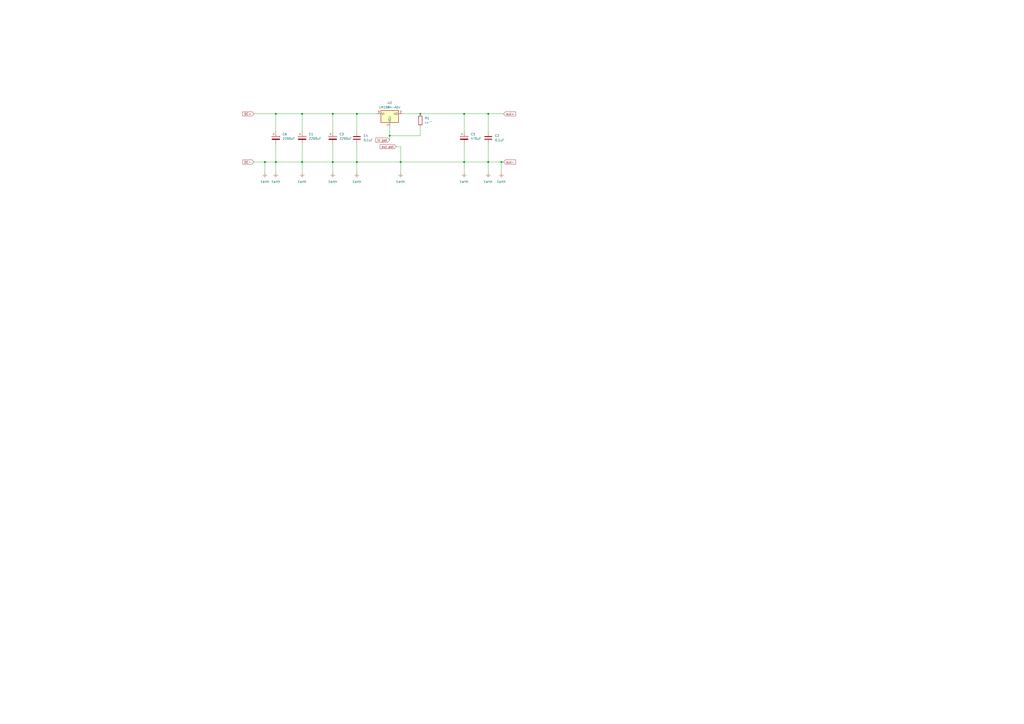
<source format=kicad_sch>
(kicad_sch
	(version 20231120)
	(generator "eeschema")
	(generator_version "8.0")
	(uuid "4b4a0f41-bb88-4cef-ace0-3547cd7e66c7")
	(paper "A2")
	(lib_symbols
		(symbol "Device:C"
			(pin_numbers hide)
			(pin_names
				(offset 0.254)
			)
			(exclude_from_sim no)
			(in_bom yes)
			(on_board yes)
			(property "Reference" "C"
				(at 0.635 2.54 0)
				(effects
					(font
						(size 1.27 1.27)
					)
					(justify left)
				)
			)
			(property "Value" "C"
				(at 0.635 -2.54 0)
				(effects
					(font
						(size 1.27 1.27)
					)
					(justify left)
				)
			)
			(property "Footprint" ""
				(at 0.9652 -3.81 0)
				(effects
					(font
						(size 1.27 1.27)
					)
					(hide yes)
				)
			)
			(property "Datasheet" "~"
				(at 0 0 0)
				(effects
					(font
						(size 1.27 1.27)
					)
					(hide yes)
				)
			)
			(property "Description" "Unpolarized capacitor"
				(at 0 0 0)
				(effects
					(font
						(size 1.27 1.27)
					)
					(hide yes)
				)
			)
			(property "ki_keywords" "cap capacitor"
				(at 0 0 0)
				(effects
					(font
						(size 1.27 1.27)
					)
					(hide yes)
				)
			)
			(property "ki_fp_filters" "C_*"
				(at 0 0 0)
				(effects
					(font
						(size 1.27 1.27)
					)
					(hide yes)
				)
			)
			(symbol "C_0_1"
				(polyline
					(pts
						(xy -2.032 -0.762) (xy 2.032 -0.762)
					)
					(stroke
						(width 0.508)
						(type default)
					)
					(fill
						(type none)
					)
				)
				(polyline
					(pts
						(xy -2.032 0.762) (xy 2.032 0.762)
					)
					(stroke
						(width 0.508)
						(type default)
					)
					(fill
						(type none)
					)
				)
			)
			(symbol "C_1_1"
				(pin passive line
					(at 0 3.81 270)
					(length 2.794)
					(name "~"
						(effects
							(font
								(size 1.27 1.27)
							)
						)
					)
					(number "1"
						(effects
							(font
								(size 1.27 1.27)
							)
						)
					)
				)
				(pin passive line
					(at 0 -3.81 90)
					(length 2.794)
					(name "~"
						(effects
							(font
								(size 1.27 1.27)
							)
						)
					)
					(number "2"
						(effects
							(font
								(size 1.27 1.27)
							)
						)
					)
				)
			)
		)
		(symbol "Device:C_Polarized"
			(pin_numbers hide)
			(pin_names
				(offset 0.254)
			)
			(exclude_from_sim no)
			(in_bom yes)
			(on_board yes)
			(property "Reference" "C"
				(at 0.635 2.54 0)
				(effects
					(font
						(size 1.27 1.27)
					)
					(justify left)
				)
			)
			(property "Value" "C_Polarized"
				(at 0.635 -2.54 0)
				(effects
					(font
						(size 1.27 1.27)
					)
					(justify left)
				)
			)
			(property "Footprint" ""
				(at 0.9652 -3.81 0)
				(effects
					(font
						(size 1.27 1.27)
					)
					(hide yes)
				)
			)
			(property "Datasheet" "~"
				(at 0 0 0)
				(effects
					(font
						(size 1.27 1.27)
					)
					(hide yes)
				)
			)
			(property "Description" "Polarized capacitor"
				(at 0 0 0)
				(effects
					(font
						(size 1.27 1.27)
					)
					(hide yes)
				)
			)
			(property "ki_keywords" "cap capacitor"
				(at 0 0 0)
				(effects
					(font
						(size 1.27 1.27)
					)
					(hide yes)
				)
			)
			(property "ki_fp_filters" "CP_*"
				(at 0 0 0)
				(effects
					(font
						(size 1.27 1.27)
					)
					(hide yes)
				)
			)
			(symbol "C_Polarized_0_1"
				(rectangle
					(start -2.286 0.508)
					(end 2.286 1.016)
					(stroke
						(width 0)
						(type default)
					)
					(fill
						(type none)
					)
				)
				(polyline
					(pts
						(xy -1.778 2.286) (xy -0.762 2.286)
					)
					(stroke
						(width 0)
						(type default)
					)
					(fill
						(type none)
					)
				)
				(polyline
					(pts
						(xy -1.27 2.794) (xy -1.27 1.778)
					)
					(stroke
						(width 0)
						(type default)
					)
					(fill
						(type none)
					)
				)
				(rectangle
					(start 2.286 -0.508)
					(end -2.286 -1.016)
					(stroke
						(width 0)
						(type default)
					)
					(fill
						(type outline)
					)
				)
			)
			(symbol "C_Polarized_1_1"
				(pin passive line
					(at 0 3.81 270)
					(length 2.794)
					(name "~"
						(effects
							(font
								(size 1.27 1.27)
							)
						)
					)
					(number "1"
						(effects
							(font
								(size 1.27 1.27)
							)
						)
					)
				)
				(pin passive line
					(at 0 -3.81 90)
					(length 2.794)
					(name "~"
						(effects
							(font
								(size 1.27 1.27)
							)
						)
					)
					(number "2"
						(effects
							(font
								(size 1.27 1.27)
							)
						)
					)
				)
			)
		)
		(symbol "Device:R"
			(pin_numbers hide)
			(pin_names
				(offset 0)
			)
			(exclude_from_sim no)
			(in_bom yes)
			(on_board yes)
			(property "Reference" "R"
				(at 2.032 0 90)
				(effects
					(font
						(size 1.27 1.27)
					)
				)
			)
			(property "Value" "${SIM.PARAMS}"
				(at -5.588 0 90)
				(effects
					(font
						(size 1.27 1.27)
					)
				)
			)
			(property "Footprint" ""
				(at -1.778 0 90)
				(effects
					(font
						(size 1.27 1.27)
					)
					(hide yes)
				)
			)
			(property "Datasheet" "~"
				(at 8.382 0.762 0)
				(effects
					(font
						(size 1.27 1.27)
					)
					(hide yes)
				)
			)
			(property "Description" "Resistor"
				(at 6.858 -3.81 0)
				(effects
					(font
						(size 1.27 1.27)
					)
					(hide yes)
				)
			)
			(property "Sim.Device" "R"
				(at 4.826 0.762 0)
				(effects
					(font
						(size 1.27 1.27)
					)
					(hide yes)
				)
			)
			(property "Sim.Params" "r=\"\""
				(at 7.112 -1.524 0)
				(effects
					(font
						(size 1.27 1.27)
					)
					(hide yes)
				)
			)
			(property "Sim.Pins" "1=+ 2=-"
				(at 7.112 2.54 0)
				(effects
					(font
						(size 1.27 1.27)
					)
					(hide yes)
				)
			)
			(property "ki_keywords" "R res resistor"
				(at 0 0 0)
				(effects
					(font
						(size 1.27 1.27)
					)
					(hide yes)
				)
			)
			(property "ki_fp_filters" "R_*"
				(at 0 0 0)
				(effects
					(font
						(size 1.27 1.27)
					)
					(hide yes)
				)
			)
			(symbol "R_0_1"
				(rectangle
					(start -1.016 2.54)
					(end 1.016 -2.54)
					(stroke
						(width 0.254)
						(type default)
					)
					(fill
						(type none)
					)
				)
			)
			(symbol "R_1_1"
				(pin passive line
					(at 0 3.81 270)
					(length 1.27)
					(name "~"
						(effects
							(font
								(size 1.27 1.27)
							)
						)
					)
					(number "1"
						(effects
							(font
								(size 1.27 1.27)
							)
						)
					)
				)
				(pin passive line
					(at 0 -3.81 90)
					(length 1.27)
					(name "~"
						(effects
							(font
								(size 1.27 1.27)
							)
						)
					)
					(number "2"
						(effects
							(font
								(size 1.27 1.27)
							)
						)
					)
				)
			)
		)
		(symbol "Regulator_Linear:LM1084-ADJ"
			(pin_names
				(offset 0.254)
			)
			(exclude_from_sim no)
			(in_bom yes)
			(on_board yes)
			(property "Reference" "U"
				(at -3.81 3.175 0)
				(effects
					(font
						(size 1.27 1.27)
					)
				)
			)
			(property "Value" "LM1084-ADJ"
				(at 0 3.175 0)
				(effects
					(font
						(size 1.27 1.27)
					)
					(justify left)
				)
			)
			(property "Footprint" ""
				(at 0 6.35 0)
				(effects
					(font
						(size 1.27 1.27)
						(italic yes)
					)
					(hide yes)
				)
			)
			(property "Datasheet" "http://www.ti.com/lit/ds/symlink/lm1084.pdf"
				(at 0 0 0)
				(effects
					(font
						(size 1.27 1.27)
					)
					(hide yes)
				)
			)
			(property "Description" "5A 29V Adjustable Linear Regulator, TO-220 / TO-263 (D2-PAK)"
				(at 0 0 0)
				(effects
					(font
						(size 1.27 1.27)
					)
					(hide yes)
				)
			)
			(property "ki_keywords" "Adjustable Voltage Regulator 5A Positive"
				(at 0 0 0)
				(effects
					(font
						(size 1.27 1.27)
					)
					(hide yes)
				)
			)
			(property "ki_fp_filters" "TO?220* TO?263*"
				(at 0 0 0)
				(effects
					(font
						(size 1.27 1.27)
					)
					(hide yes)
				)
			)
			(symbol "LM1084-ADJ_0_1"
				(rectangle
					(start -5.08 1.905)
					(end 5.08 -5.08)
					(stroke
						(width 0.254)
						(type default)
					)
					(fill
						(type background)
					)
				)
			)
			(symbol "LM1084-ADJ_1_1"
				(pin input line
					(at 0 -7.62 90)
					(length 2.54)
					(name "ADJ"
						(effects
							(font
								(size 1.27 1.27)
							)
						)
					)
					(number "1"
						(effects
							(font
								(size 1.27 1.27)
							)
						)
					)
				)
				(pin power_out line
					(at 7.62 0 180)
					(length 2.54)
					(name "VO"
						(effects
							(font
								(size 1.27 1.27)
							)
						)
					)
					(number "2"
						(effects
							(font
								(size 1.27 1.27)
							)
						)
					)
				)
				(pin power_in line
					(at -7.62 0 0)
					(length 2.54)
					(name "VI"
						(effects
							(font
								(size 1.27 1.27)
							)
						)
					)
					(number "3"
						(effects
							(font
								(size 1.27 1.27)
							)
						)
					)
				)
			)
		)
		(symbol "power:Earth"
			(power)
			(pin_numbers hide)
			(pin_names
				(offset 0) hide)
			(exclude_from_sim no)
			(in_bom yes)
			(on_board yes)
			(property "Reference" "#PWR"
				(at 0 -6.35 0)
				(effects
					(font
						(size 1.27 1.27)
					)
					(hide yes)
				)
			)
			(property "Value" "Earth"
				(at 0 -3.81 0)
				(effects
					(font
						(size 1.27 1.27)
					)
				)
			)
			(property "Footprint" ""
				(at 0 0 0)
				(effects
					(font
						(size 1.27 1.27)
					)
					(hide yes)
				)
			)
			(property "Datasheet" "~"
				(at 0 0 0)
				(effects
					(font
						(size 1.27 1.27)
					)
					(hide yes)
				)
			)
			(property "Description" "Power symbol creates a global label with name \"Earth\""
				(at 0 0 0)
				(effects
					(font
						(size 1.27 1.27)
					)
					(hide yes)
				)
			)
			(property "ki_keywords" "global ground gnd"
				(at 0 0 0)
				(effects
					(font
						(size 1.27 1.27)
					)
					(hide yes)
				)
			)
			(symbol "Earth_0_1"
				(polyline
					(pts
						(xy -0.635 -1.905) (xy 0.635 -1.905)
					)
					(stroke
						(width 0)
						(type default)
					)
					(fill
						(type none)
					)
				)
				(polyline
					(pts
						(xy -0.127 -2.54) (xy 0.127 -2.54)
					)
					(stroke
						(width 0)
						(type default)
					)
					(fill
						(type none)
					)
				)
				(polyline
					(pts
						(xy 0 -1.27) (xy 0 0)
					)
					(stroke
						(width 0)
						(type default)
					)
					(fill
						(type none)
					)
				)
				(polyline
					(pts
						(xy 1.27 -1.27) (xy -1.27 -1.27)
					)
					(stroke
						(width 0)
						(type default)
					)
					(fill
						(type none)
					)
				)
			)
			(symbol "Earth_1_1"
				(pin power_in line
					(at 0 0 270)
					(length 0)
					(name "~"
						(effects
							(font
								(size 1.27 1.27)
							)
						)
					)
					(number "1"
						(effects
							(font
								(size 1.27 1.27)
							)
						)
					)
				)
			)
		)
	)
	(junction
		(at 193.04 66.04)
		(diameter 0)
		(color 0 0 0 0)
		(uuid "10658e1d-b736-40cf-b227-14d7490034b4")
	)
	(junction
		(at 193.04 93.98)
		(diameter 0)
		(color 0 0 0 0)
		(uuid "1616e610-d81e-449c-a408-ccf444d4f832")
	)
	(junction
		(at 175.26 66.04)
		(diameter 0)
		(color 0 0 0 0)
		(uuid "1d418d4b-448a-4d9f-9d0c-1f13bb9faa68")
	)
	(junction
		(at 243.84 66.04)
		(diameter 0)
		(color 0 0 0 0)
		(uuid "232f761d-eca6-4556-8e42-a347621bfae0")
	)
	(junction
		(at 207.01 93.98)
		(diameter 0)
		(color 0 0 0 0)
		(uuid "2fd3b9c5-4ae0-4aba-91c3-139116a5221c")
	)
	(junction
		(at 226.06 78.74)
		(diameter 0)
		(color 0 0 0 0)
		(uuid "3c443c59-16fc-4b86-9c70-323c016a6240")
	)
	(junction
		(at 269.24 66.04)
		(diameter 0)
		(color 0 0 0 0)
		(uuid "4c6387eb-6dd0-40a4-ab59-fb6b7036710a")
	)
	(junction
		(at 290.83 93.98)
		(diameter 0)
		(color 0 0 0 0)
		(uuid "6a582c9f-e121-42e0-b6c4-f570200cf66f")
	)
	(junction
		(at 232.41 93.98)
		(diameter 0)
		(color 0 0 0 0)
		(uuid "6e579035-2d05-4159-a26b-bff2ce2858f6")
	)
	(junction
		(at 153.67 93.98)
		(diameter 0)
		(color 0 0 0 0)
		(uuid "7496676e-0d2c-4aa4-b096-48f04ac41932")
	)
	(junction
		(at 175.26 93.98)
		(diameter 0)
		(color 0 0 0 0)
		(uuid "a2bdacb2-70f5-4a5a-9c4a-8cc76cc074b4")
	)
	(junction
		(at 269.24 93.98)
		(diameter 0)
		(color 0 0 0 0)
		(uuid "a7ef98a0-6d8d-44b6-83e9-2913c1f28a3f")
	)
	(junction
		(at 283.21 93.98)
		(diameter 0)
		(color 0 0 0 0)
		(uuid "bfbc5e6d-396b-45ae-a7a6-ea092fac31d4")
	)
	(junction
		(at 207.01 66.04)
		(diameter 0)
		(color 0 0 0 0)
		(uuid "ca24dba8-8276-4c79-92bd-a374d421dd6b")
	)
	(junction
		(at 160.02 66.04)
		(diameter 0)
		(color 0 0 0 0)
		(uuid "cdba261a-3041-4999-b964-8f2e0713cf9a")
	)
	(junction
		(at 160.02 93.98)
		(diameter 0)
		(color 0 0 0 0)
		(uuid "e729aff5-2735-418b-a982-392473bceb19")
	)
	(junction
		(at 283.21 66.04)
		(diameter 0)
		(color 0 0 0 0)
		(uuid "efd9567b-62ac-4f8f-ae90-e63e70ce1c36")
	)
	(wire
		(pts
			(xy 193.04 93.98) (xy 207.01 93.98)
		)
		(stroke
			(width 0)
			(type default)
		)
		(uuid "087cc8f0-aded-4cfe-b70f-ed3b5749527b")
	)
	(wire
		(pts
			(xy 226.06 73.66) (xy 226.06 78.74)
		)
		(stroke
			(width 0)
			(type default)
		)
		(uuid "08acfd9f-ebdd-451d-ab88-613b41f66e1b")
	)
	(wire
		(pts
			(xy 233.68 66.04) (xy 243.84 66.04)
		)
		(stroke
			(width 0)
			(type default)
		)
		(uuid "1b500c73-7cd8-4265-a3b4-7d1918e47881")
	)
	(wire
		(pts
			(xy 175.26 66.04) (xy 175.26 76.2)
		)
		(stroke
			(width 0)
			(type default)
		)
		(uuid "24a09994-d294-462e-80ec-f393e28fb562")
	)
	(wire
		(pts
			(xy 207.01 93.98) (xy 232.41 93.98)
		)
		(stroke
			(width 0)
			(type default)
		)
		(uuid "24c82962-c251-4932-b0da-40111b643469")
	)
	(wire
		(pts
			(xy 283.21 66.04) (xy 292.1 66.04)
		)
		(stroke
			(width 0)
			(type default)
		)
		(uuid "2d6df4c5-2a3a-44bb-9a74-eecc850ddfda")
	)
	(wire
		(pts
			(xy 243.84 66.04) (xy 269.24 66.04)
		)
		(stroke
			(width 0)
			(type default)
		)
		(uuid "2e272534-50b9-49de-a377-d34a3663245d")
	)
	(wire
		(pts
			(xy 193.04 66.04) (xy 207.01 66.04)
		)
		(stroke
			(width 0)
			(type default)
		)
		(uuid "2f26595c-2090-4f1e-bfcc-d1ca2ab7bb6a")
	)
	(wire
		(pts
			(xy 175.26 93.98) (xy 193.04 93.98)
		)
		(stroke
			(width 0)
			(type default)
		)
		(uuid "31c3f8ed-4a25-409c-a3f9-0fa34456494a")
	)
	(wire
		(pts
			(xy 207.01 83.82) (xy 207.01 93.98)
		)
		(stroke
			(width 0)
			(type default)
		)
		(uuid "355754f3-fc72-4727-b8d1-0ba8e42cc63d")
	)
	(wire
		(pts
			(xy 160.02 93.98) (xy 160.02 100.33)
		)
		(stroke
			(width 0)
			(type default)
		)
		(uuid "38fafd94-05e7-43c6-8ff6-f7ac0d9b7519")
	)
	(wire
		(pts
			(xy 160.02 66.04) (xy 175.26 66.04)
		)
		(stroke
			(width 0)
			(type default)
		)
		(uuid "3b5c741c-634a-4f34-a09b-e0a2196e4625")
	)
	(wire
		(pts
			(xy 160.02 83.82) (xy 160.02 93.98)
		)
		(stroke
			(width 0)
			(type default)
		)
		(uuid "3fb548e1-efdc-4631-980a-8fb97143ba23")
	)
	(wire
		(pts
			(xy 153.67 93.98) (xy 153.67 100.33)
		)
		(stroke
			(width 0)
			(type default)
		)
		(uuid "40a03f30-5153-4fd9-9c47-9141ab780f0e")
	)
	(wire
		(pts
			(xy 292.1 93.98) (xy 290.83 93.98)
		)
		(stroke
			(width 0)
			(type default)
		)
		(uuid "40d99029-ff96-4d8b-a100-11a0fcb6d2d3")
	)
	(wire
		(pts
			(xy 269.24 83.82) (xy 269.24 93.98)
		)
		(stroke
			(width 0)
			(type default)
		)
		(uuid "429a329a-6e62-4192-bbcc-626afc5551d6")
	)
	(wire
		(pts
			(xy 283.21 76.2) (xy 283.21 66.04)
		)
		(stroke
			(width 0)
			(type default)
		)
		(uuid "43d43288-91f9-4482-b36f-638616153df4")
	)
	(wire
		(pts
			(xy 153.67 93.98) (xy 160.02 93.98)
		)
		(stroke
			(width 0)
			(type default)
		)
		(uuid "44ef8537-1fcb-4e8f-8bc6-29e8440a7010")
	)
	(wire
		(pts
			(xy 207.01 93.98) (xy 207.01 100.33)
		)
		(stroke
			(width 0)
			(type default)
		)
		(uuid "4c9b85c0-47e3-471a-951e-a2819affb6f8")
	)
	(wire
		(pts
			(xy 175.26 83.82) (xy 175.26 93.98)
		)
		(stroke
			(width 0)
			(type default)
		)
		(uuid "4dacae0a-1661-4431-8273-987b9233f375")
	)
	(wire
		(pts
			(xy 232.41 93.98) (xy 269.24 93.98)
		)
		(stroke
			(width 0)
			(type default)
		)
		(uuid "4f5147b2-4b2f-4cb0-afd0-d812cd192069")
	)
	(wire
		(pts
			(xy 269.24 93.98) (xy 283.21 93.98)
		)
		(stroke
			(width 0)
			(type default)
		)
		(uuid "5198f5b4-1b55-4978-b2c0-53ece00e4160")
	)
	(wire
		(pts
			(xy 269.24 93.98) (xy 269.24 100.33)
		)
		(stroke
			(width 0)
			(type default)
		)
		(uuid "52a8db7f-7284-4293-835c-4ec595c3e72d")
	)
	(wire
		(pts
			(xy 269.24 66.04) (xy 283.21 66.04)
		)
		(stroke
			(width 0)
			(type default)
		)
		(uuid "53205c69-a505-436e-a286-f6f7747d00bf")
	)
	(wire
		(pts
			(xy 175.26 93.98) (xy 175.26 100.33)
		)
		(stroke
			(width 0)
			(type default)
		)
		(uuid "70ef4d5d-6cde-4dd6-9462-8406de8b954c")
	)
	(wire
		(pts
			(xy 243.84 78.74) (xy 226.06 78.74)
		)
		(stroke
			(width 0)
			(type default)
		)
		(uuid "812c2587-8cd5-4722-91a4-6570a0f13cda")
	)
	(wire
		(pts
			(xy 147.32 93.98) (xy 153.67 93.98)
		)
		(stroke
			(width 0)
			(type default)
		)
		(uuid "89eb7097-2120-4260-9a1f-43f9fb452b84")
	)
	(wire
		(pts
			(xy 232.41 85.09) (xy 232.41 93.98)
		)
		(stroke
			(width 0)
			(type default)
		)
		(uuid "8c2569a0-2d58-4426-8c8b-3093d520876a")
	)
	(wire
		(pts
			(xy 269.24 76.2) (xy 269.24 66.04)
		)
		(stroke
			(width 0)
			(type default)
		)
		(uuid "8d5d02e2-a00e-43de-891e-49675baf9042")
	)
	(wire
		(pts
			(xy 207.01 66.04) (xy 218.44 66.04)
		)
		(stroke
			(width 0)
			(type default)
		)
		(uuid "a0d7bf9a-1cde-4df6-9ef9-708fc2b91573")
	)
	(wire
		(pts
			(xy 193.04 83.82) (xy 193.04 93.98)
		)
		(stroke
			(width 0)
			(type default)
		)
		(uuid "a7244394-9b47-4b6a-922f-7d20926936fe")
	)
	(wire
		(pts
			(xy 283.21 83.82) (xy 283.21 93.98)
		)
		(stroke
			(width 0)
			(type default)
		)
		(uuid "aedf323d-93d2-45a6-8871-05188ce65be4")
	)
	(wire
		(pts
			(xy 290.83 93.98) (xy 290.83 100.33)
		)
		(stroke
			(width 0)
			(type default)
		)
		(uuid "afe7f834-9aa2-494c-a09b-8e02abedf940")
	)
	(wire
		(pts
			(xy 160.02 66.04) (xy 160.02 76.2)
		)
		(stroke
			(width 0)
			(type default)
		)
		(uuid "b286a2a2-7d3c-4521-99ab-b8ea8fd080a9")
	)
	(wire
		(pts
			(xy 226.06 78.74) (xy 226.06 81.28)
		)
		(stroke
			(width 0)
			(type default)
		)
		(uuid "ba6a7b07-07d9-4f88-baa3-a5400d64bb57")
	)
	(wire
		(pts
			(xy 175.26 66.04) (xy 193.04 66.04)
		)
		(stroke
			(width 0)
			(type default)
		)
		(uuid "c7877995-650b-4121-b420-e7f401fec2c5")
	)
	(wire
		(pts
			(xy 283.21 93.98) (xy 283.21 100.33)
		)
		(stroke
			(width 0)
			(type default)
		)
		(uuid "d352b7ac-c079-44d2-908a-65cab73b893d")
	)
	(wire
		(pts
			(xy 207.01 76.2) (xy 207.01 66.04)
		)
		(stroke
			(width 0)
			(type default)
		)
		(uuid "d4c605d5-41fa-4321-affc-cb0c57817d64")
	)
	(wire
		(pts
			(xy 229.87 85.09) (xy 232.41 85.09)
		)
		(stroke
			(width 0)
			(type default)
		)
		(uuid "da992fd6-e13f-409d-905b-25aff93def82")
	)
	(wire
		(pts
			(xy 243.84 73.66) (xy 243.84 78.74)
		)
		(stroke
			(width 0)
			(type default)
		)
		(uuid "dc36b9b5-3751-48ee-823b-3d042a25f1cf")
	)
	(wire
		(pts
			(xy 147.32 66.04) (xy 160.02 66.04)
		)
		(stroke
			(width 0)
			(type default)
		)
		(uuid "dcc8ff2a-7b62-4140-b922-ae40049657e4")
	)
	(wire
		(pts
			(xy 232.41 93.98) (xy 232.41 100.33)
		)
		(stroke
			(width 0)
			(type default)
		)
		(uuid "dd4ce876-3647-4d1f-b94d-dc9abe1e7cd5")
	)
	(wire
		(pts
			(xy 283.21 93.98) (xy 290.83 93.98)
		)
		(stroke
			(width 0)
			(type default)
		)
		(uuid "e0ff3dbd-c407-427b-9e6b-a6fe7342b8ab")
	)
	(wire
		(pts
			(xy 193.04 93.98) (xy 193.04 100.33)
		)
		(stroke
			(width 0)
			(type default)
		)
		(uuid "ea6c9e68-b947-4aed-a934-7bacb64358e1")
	)
	(wire
		(pts
			(xy 160.02 93.98) (xy 175.26 93.98)
		)
		(stroke
			(width 0)
			(type default)
		)
		(uuid "f60c3d77-cbb1-44e4-9445-2efea84ad1d9")
	)
	(wire
		(pts
			(xy 193.04 66.04) (xy 193.04 76.2)
		)
		(stroke
			(width 0)
			(type default)
		)
		(uuid "fd2d2575-f637-4af4-b4c7-65471334a73b")
	)
	(global_label "out-"
		(shape input)
		(at 292.1 93.98 0)
		(fields_autoplaced yes)
		(effects
			(font
				(size 1.27 1.27)
			)
			(justify left)
		)
		(uuid "64ee6714-80fd-414f-96d3-1a65570300d6")
		(property "Intersheetrefs" "${INTERSHEET_REFS}"
			(at 299.6813 93.98 0)
			(effects
				(font
					(size 1.27 1.27)
				)
				(justify left)
				(hide yes)
			)
		)
	)
	(global_label "DC-"
		(shape input)
		(at 147.32 93.98 180)
		(fields_autoplaced yes)
		(effects
			(font
				(size 1.27 1.27)
			)
			(justify right)
		)
		(uuid "768a4fba-f480-4894-af72-7e9a3876d37b")
		(property "Intersheetrefs" "${INTERSHEET_REFS}"
			(at 140.2224 93.98 0)
			(effects
				(font
					(size 1.27 1.27)
				)
				(justify right)
				(hide yes)
			)
		)
	)
	(global_label "out pot"
		(shape input)
		(at 229.87 85.09 180)
		(fields_autoplaced yes)
		(effects
			(font
				(size 1.27 1.27)
			)
			(justify right)
		)
		(uuid "85bdc707-d078-4753-a104-57194fb56880")
		(property "Intersheetrefs" "${INTERSHEET_REFS}"
			(at 219.8698 85.09 0)
			(effects
				(font
					(size 1.27 1.27)
				)
				(justify right)
				(hide yes)
			)
		)
	)
	(global_label "DC+"
		(shape input)
		(at 147.32 66.04 180)
		(fields_autoplaced yes)
		(effects
			(font
				(size 1.27 1.27)
			)
			(justify right)
		)
		(uuid "dfcf5da0-8a01-4573-bb3d-ff138337f54b")
		(property "Intersheetrefs" "${INTERSHEET_REFS}"
			(at 140.2224 66.04 0)
			(effects
				(font
					(size 1.27 1.27)
				)
				(justify right)
				(hide yes)
			)
		)
	)
	(global_label "in pot"
		(shape input)
		(at 226.06 81.28 180)
		(fields_autoplaced yes)
		(effects
			(font
				(size 1.27 1.27)
			)
			(justify right)
		)
		(uuid "f72b938f-89f9-4835-9c53-44bb8207c91e")
		(property "Intersheetrefs" "${INTERSHEET_REFS}"
			(at 217.3297 81.28 0)
			(effects
				(font
					(size 1.27 1.27)
				)
				(justify right)
				(hide yes)
			)
		)
	)
	(global_label "out+"
		(shape input)
		(at 292.1 66.04 0)
		(fields_autoplaced yes)
		(effects
			(font
				(size 1.27 1.27)
			)
			(justify left)
		)
		(uuid "f8d71c06-a17d-4924-b0e7-3e939e8c7f92")
		(property "Intersheetrefs" "${INTERSHEET_REFS}"
			(at 299.6813 66.04 0)
			(effects
				(font
					(size 1.27 1.27)
				)
				(justify left)
				(hide yes)
			)
		)
	)
	(symbol
		(lib_id "Device:C")
		(at 283.21 80.01 0)
		(unit 1)
		(exclude_from_sim no)
		(in_bom yes)
		(on_board yes)
		(dnp no)
		(fields_autoplaced yes)
		(uuid "0541ab38-3e16-44c3-8751-706fc3a20e66")
		(property "Reference" "C2"
			(at 287.02 78.7399 0)
			(effects
				(font
					(size 1.27 1.27)
				)
				(justify left)
			)
		)
		(property "Value" "0.1uF"
			(at 287.02 81.2799 0)
			(effects
				(font
					(size 1.27 1.27)
				)
				(justify left)
			)
		)
		(property "Footprint" "Capacitor_THT:C_Rect_L7.2mm_W4.5mm_P5.00mm_FKS2_FKP2_MKS2_MKP2"
			(at 284.1752 83.82 0)
			(effects
				(font
					(size 1.27 1.27)
				)
				(hide yes)
			)
		)
		(property "Datasheet" "~"
			(at 283.21 80.01 0)
			(effects
				(font
					(size 1.27 1.27)
				)
				(hide yes)
			)
		)
		(property "Description" "Unpolarized capacitor"
			(at 283.21 80.01 0)
			(effects
				(font
					(size 1.27 1.27)
				)
				(hide yes)
			)
		)
		(pin "2"
			(uuid "3e826fb6-0902-4fb3-aaf6-fba3478b2e7c")
		)
		(pin "1"
			(uuid "8626f7dd-6910-46c5-af14-50e4dccf97e5")
		)
		(instances
			(project "linear supply"
				(path "/4b4a0f41-bb88-4cef-ace0-3547cd7e66c7"
					(reference "C2")
					(unit 1)
				)
			)
		)
	)
	(symbol
		(lib_id "Device:C_Polarized")
		(at 193.04 80.01 0)
		(unit 1)
		(exclude_from_sim no)
		(in_bom yes)
		(on_board yes)
		(dnp no)
		(fields_autoplaced yes)
		(uuid "09f1feee-ed6e-4026-ab4b-9b69bee8320d")
		(property "Reference" "C3"
			(at 196.85 77.8509 0)
			(effects
				(font
					(size 1.27 1.27)
				)
				(justify left)
			)
		)
		(property "Value" "2200uF"
			(at 196.85 80.3909 0)
			(effects
				(font
					(size 1.27 1.27)
				)
				(justify left)
			)
		)
		(property "Footprint" "Capacitor_THT:CP_Radial_D18.0mm_P7.50mm"
			(at 194.0052 83.82 0)
			(effects
				(font
					(size 1.27 1.27)
				)
				(hide yes)
			)
		)
		(property "Datasheet" "~"
			(at 193.04 80.01 0)
			(effects
				(font
					(size 1.27 1.27)
				)
				(hide yes)
			)
		)
		(property "Description" "Polarized capacitor"
			(at 193.04 80.01 0)
			(effects
				(font
					(size 1.27 1.27)
				)
				(hide yes)
			)
		)
		(pin "2"
			(uuid "9e2247d7-b561-4b46-b911-2745f65f9b6d")
		)
		(pin "1"
			(uuid "fc93d414-ae33-48b6-aeeb-3bb3a77f9ebb")
		)
		(instances
			(project "linear supply"
				(path "/4b4a0f41-bb88-4cef-ace0-3547cd7e66c7"
					(reference "C3")
					(unit 1)
				)
			)
		)
	)
	(symbol
		(lib_id "Device:C_Polarized")
		(at 160.02 80.01 0)
		(unit 1)
		(exclude_from_sim no)
		(in_bom yes)
		(on_board yes)
		(dnp no)
		(fields_autoplaced yes)
		(uuid "0f331883-4d07-40dd-926d-bf8ff559f32c")
		(property "Reference" "C6"
			(at 163.83 77.8509 0)
			(effects
				(font
					(size 1.27 1.27)
				)
				(justify left)
			)
		)
		(property "Value" "2200uF"
			(at 163.83 80.3909 0)
			(effects
				(font
					(size 1.27 1.27)
				)
				(justify left)
			)
		)
		(property "Footprint" "Capacitor_THT:CP_Radial_D18.0mm_P7.50mm"
			(at 160.9852 83.82 0)
			(effects
				(font
					(size 1.27 1.27)
				)
				(hide yes)
			)
		)
		(property "Datasheet" "~"
			(at 160.02 80.01 0)
			(effects
				(font
					(size 1.27 1.27)
				)
				(hide yes)
			)
		)
		(property "Description" "Polarized capacitor"
			(at 160.02 80.01 0)
			(effects
				(font
					(size 1.27 1.27)
				)
				(hide yes)
			)
		)
		(pin "2"
			(uuid "fc2aa555-2bda-4094-b0ec-ca1905c22435")
		)
		(pin "1"
			(uuid "6a61ca3d-88ea-4e3e-bdc0-3bbc67d5a6be")
		)
		(instances
			(project "linear supply"
				(path "/4b4a0f41-bb88-4cef-ace0-3547cd7e66c7"
					(reference "C6")
					(unit 1)
				)
			)
		)
	)
	(symbol
		(lib_id "power:Earth")
		(at 160.02 100.33 0)
		(unit 1)
		(exclude_from_sim no)
		(in_bom yes)
		(on_board yes)
		(dnp no)
		(fields_autoplaced yes)
		(uuid "127b5b87-5fae-4979-90bd-bcd61d57de70")
		(property "Reference" "#PWR09"
			(at 160.02 106.68 0)
			(effects
				(font
					(size 1.27 1.27)
				)
				(hide yes)
			)
		)
		(property "Value" "Earth"
			(at 160.02 105.41 0)
			(effects
				(font
					(size 1.27 1.27)
				)
			)
		)
		(property "Footprint" ""
			(at 160.02 100.33 0)
			(effects
				(font
					(size 1.27 1.27)
				)
				(hide yes)
			)
		)
		(property "Datasheet" "~"
			(at 160.02 100.33 0)
			(effects
				(font
					(size 1.27 1.27)
				)
				(hide yes)
			)
		)
		(property "Description" "Power symbol creates a global label with name \"Earth\""
			(at 160.02 100.33 0)
			(effects
				(font
					(size 1.27 1.27)
				)
				(hide yes)
			)
		)
		(pin "1"
			(uuid "67c4adaf-2197-4665-88b8-6995ecc44df0")
		)
		(instances
			(project "linear supply"
				(path "/4b4a0f41-bb88-4cef-ace0-3547cd7e66c7"
					(reference "#PWR09")
					(unit 1)
				)
			)
		)
	)
	(symbol
		(lib_id "power:Earth")
		(at 153.67 100.33 0)
		(unit 1)
		(exclude_from_sim no)
		(in_bom yes)
		(on_board yes)
		(dnp no)
		(fields_autoplaced yes)
		(uuid "2ad622bf-b7f8-42ef-95c2-a31c0193a2c5")
		(property "Reference" "#PWR01"
			(at 153.67 106.68 0)
			(effects
				(font
					(size 1.27 1.27)
				)
				(hide yes)
			)
		)
		(property "Value" "Earth"
			(at 153.67 105.41 0)
			(effects
				(font
					(size 1.27 1.27)
				)
			)
		)
		(property "Footprint" ""
			(at 153.67 100.33 0)
			(effects
				(font
					(size 1.27 1.27)
				)
				(hide yes)
			)
		)
		(property "Datasheet" "~"
			(at 153.67 100.33 0)
			(effects
				(font
					(size 1.27 1.27)
				)
				(hide yes)
			)
		)
		(property "Description" "Power symbol creates a global label with name \"Earth\""
			(at 153.67 100.33 0)
			(effects
				(font
					(size 1.27 1.27)
				)
				(hide yes)
			)
		)
		(pin "1"
			(uuid "82e22cbe-8f71-4e5e-b758-fa190224f53b")
		)
		(instances
			(project ""
				(path "/4b4a0f41-bb88-4cef-ace0-3547cd7e66c7"
					(reference "#PWR01")
					(unit 1)
				)
			)
		)
	)
	(symbol
		(lib_id "power:Earth")
		(at 207.01 100.33 0)
		(unit 1)
		(exclude_from_sim no)
		(in_bom yes)
		(on_board yes)
		(dnp no)
		(fields_autoplaced yes)
		(uuid "3a44450a-a6b8-4ad4-a024-2a0661101b00")
		(property "Reference" "#PWR04"
			(at 207.01 106.68 0)
			(effects
				(font
					(size 1.27 1.27)
				)
				(hide yes)
			)
		)
		(property "Value" "Earth"
			(at 207.01 105.41 0)
			(effects
				(font
					(size 1.27 1.27)
				)
			)
		)
		(property "Footprint" ""
			(at 207.01 100.33 0)
			(effects
				(font
					(size 1.27 1.27)
				)
				(hide yes)
			)
		)
		(property "Datasheet" "~"
			(at 207.01 100.33 0)
			(effects
				(font
					(size 1.27 1.27)
				)
				(hide yes)
			)
		)
		(property "Description" "Power symbol creates a global label with name \"Earth\""
			(at 207.01 100.33 0)
			(effects
				(font
					(size 1.27 1.27)
				)
				(hide yes)
			)
		)
		(pin "1"
			(uuid "2c5153fe-9c84-445b-a126-5365914a7479")
		)
		(instances
			(project "linear supply"
				(path "/4b4a0f41-bb88-4cef-ace0-3547cd7e66c7"
					(reference "#PWR04")
					(unit 1)
				)
			)
		)
	)
	(symbol
		(lib_id "Device:R")
		(at 243.84 69.85 0)
		(unit 1)
		(exclude_from_sim no)
		(in_bom yes)
		(on_board yes)
		(dnp no)
		(fields_autoplaced yes)
		(uuid "49d905a8-5487-4cd8-8e80-56eaccf01931")
		(property "Reference" "R1"
			(at 246.38 68.5799 0)
			(effects
				(font
					(size 1.27 1.27)
				)
				(justify left)
			)
		)
		(property "Value" "${SIM.PARAMS}"
			(at 246.38 71.1199 0)
			(effects
				(font
					(size 1.27 1.27)
				)
				(justify left)
			)
		)
		(property "Footprint" "Resistor_THT:R_Axial_DIN0309_L9.0mm_D3.2mm_P12.70mm_Horizontal"
			(at 242.062 69.85 90)
			(effects
				(font
					(size 1.27 1.27)
				)
				(hide yes)
			)
		)
		(property "Datasheet" "~"
			(at 252.222 69.088 0)
			(effects
				(font
					(size 1.27 1.27)
				)
				(hide yes)
			)
		)
		(property "Description" "Resistor"
			(at 250.698 73.66 0)
			(effects
				(font
					(size 1.27 1.27)
				)
				(hide yes)
			)
		)
		(property "Sim.Device" "R"
			(at 248.666 69.088 0)
			(effects
				(font
					(size 1.27 1.27)
				)
				(hide yes)
			)
		)
		(property "Sim.Params" "r=\"\""
			(at 250.952 71.374 0)
			(effects
				(font
					(size 1.27 1.27)
				)
				(hide yes)
			)
		)
		(property "Sim.Pins" "1=+ 2=-"
			(at 250.952 67.31 0)
			(effects
				(font
					(size 1.27 1.27)
				)
				(hide yes)
			)
		)
		(pin "2"
			(uuid "883408d1-e4b0-4139-a115-7aa93ef8780b")
		)
		(pin "1"
			(uuid "1dccf3ad-df43-4c8c-bd54-2e98fac7bc17")
		)
		(instances
			(project ""
				(path "/4b4a0f41-bb88-4cef-ace0-3547cd7e66c7"
					(reference "R1")
					(unit 1)
				)
			)
		)
	)
	(symbol
		(lib_id "Device:C")
		(at 207.01 80.01 0)
		(unit 1)
		(exclude_from_sim no)
		(in_bom yes)
		(on_board yes)
		(dnp no)
		(fields_autoplaced yes)
		(uuid "50047099-9f2b-454e-b2e2-90da3bfba52c")
		(property "Reference" "C4"
			(at 210.82 78.7399 0)
			(effects
				(font
					(size 1.27 1.27)
				)
				(justify left)
			)
		)
		(property "Value" "0.1uF"
			(at 210.82 81.2799 0)
			(effects
				(font
					(size 1.27 1.27)
				)
				(justify left)
			)
		)
		(property "Footprint" "Capacitor_THT:C_Rect_L7.2mm_W4.5mm_P5.00mm_FKS2_FKP2_MKS2_MKP2"
			(at 207.9752 83.82 0)
			(effects
				(font
					(size 1.27 1.27)
				)
				(hide yes)
			)
		)
		(property "Datasheet" "~"
			(at 207.01 80.01 0)
			(effects
				(font
					(size 1.27 1.27)
				)
				(hide yes)
			)
		)
		(property "Description" "Unpolarized capacitor"
			(at 207.01 80.01 0)
			(effects
				(font
					(size 1.27 1.27)
				)
				(hide yes)
			)
		)
		(pin "2"
			(uuid "08b9b9b9-5bc4-4607-af70-2271c3ff6e7a")
		)
		(pin "1"
			(uuid "c4b1c007-9a12-414b-be3f-20f28ca8a842")
		)
		(instances
			(project ""
				(path "/4b4a0f41-bb88-4cef-ace0-3547cd7e66c7"
					(reference "C4")
					(unit 1)
				)
			)
		)
	)
	(symbol
		(lib_id "Device:C_Polarized")
		(at 269.24 80.01 0)
		(unit 1)
		(exclude_from_sim no)
		(in_bom yes)
		(on_board yes)
		(dnp no)
		(fields_autoplaced yes)
		(uuid "6f41922c-2d99-4425-b4d5-4af217d0419b")
		(property "Reference" "C5"
			(at 273.05 77.8509 0)
			(effects
				(font
					(size 1.27 1.27)
				)
				(justify left)
			)
		)
		(property "Value" "470uF"
			(at 273.05 80.3909 0)
			(effects
				(font
					(size 1.27 1.27)
				)
				(justify left)
			)
		)
		(property "Footprint" "Capacitor_THT:CP_Radial_D12.5mm_P5.00mm"
			(at 270.2052 83.82 0)
			(effects
				(font
					(size 1.27 1.27)
				)
				(hide yes)
			)
		)
		(property "Datasheet" "~"
			(at 269.24 80.01 0)
			(effects
				(font
					(size 1.27 1.27)
				)
				(hide yes)
			)
		)
		(property "Description" "Polarized capacitor"
			(at 269.24 80.01 0)
			(effects
				(font
					(size 1.27 1.27)
				)
				(hide yes)
			)
		)
		(pin "2"
			(uuid "538c8c3b-84f9-4735-8b57-f82b7e8c92c5")
		)
		(pin "1"
			(uuid "361a14e5-afa1-46e8-80fd-d4e1860480bb")
		)
		(instances
			(project ""
				(path "/4b4a0f41-bb88-4cef-ace0-3547cd7e66c7"
					(reference "C5")
					(unit 1)
				)
			)
		)
	)
	(symbol
		(lib_id "power:Earth")
		(at 175.26 100.33 0)
		(unit 1)
		(exclude_from_sim no)
		(in_bom yes)
		(on_board yes)
		(dnp no)
		(fields_autoplaced yes)
		(uuid "719b5a7d-02e8-4d34-baab-0625bbf7197d")
		(property "Reference" "#PWR02"
			(at 175.26 106.68 0)
			(effects
				(font
					(size 1.27 1.27)
				)
				(hide yes)
			)
		)
		(property "Value" "Earth"
			(at 175.26 105.41 0)
			(effects
				(font
					(size 1.27 1.27)
				)
			)
		)
		(property "Footprint" ""
			(at 175.26 100.33 0)
			(effects
				(font
					(size 1.27 1.27)
				)
				(hide yes)
			)
		)
		(property "Datasheet" "~"
			(at 175.26 100.33 0)
			(effects
				(font
					(size 1.27 1.27)
				)
				(hide yes)
			)
		)
		(property "Description" "Power symbol creates a global label with name \"Earth\""
			(at 175.26 100.33 0)
			(effects
				(font
					(size 1.27 1.27)
				)
				(hide yes)
			)
		)
		(pin "1"
			(uuid "a1de4de3-b14b-4f2d-b8be-b8fa5613037d")
		)
		(instances
			(project "linear supply"
				(path "/4b4a0f41-bb88-4cef-ace0-3547cd7e66c7"
					(reference "#PWR02")
					(unit 1)
				)
			)
		)
	)
	(symbol
		(lib_id "Device:C_Polarized")
		(at 175.26 80.01 0)
		(unit 1)
		(exclude_from_sim no)
		(in_bom yes)
		(on_board yes)
		(dnp no)
		(fields_autoplaced yes)
		(uuid "7ccb9cd2-343b-4c86-8f8f-da5207502821")
		(property "Reference" "C1"
			(at 179.07 77.8509 0)
			(effects
				(font
					(size 1.27 1.27)
				)
				(justify left)
			)
		)
		(property "Value" "2200uF"
			(at 179.07 80.3909 0)
			(effects
				(font
					(size 1.27 1.27)
				)
				(justify left)
			)
		)
		(property "Footprint" "Capacitor_THT:CP_Radial_D18.0mm_P7.50mm"
			(at 176.2252 83.82 0)
			(effects
				(font
					(size 1.27 1.27)
				)
				(hide yes)
			)
		)
		(property "Datasheet" "~"
			(at 175.26 80.01 0)
			(effects
				(font
					(size 1.27 1.27)
				)
				(hide yes)
			)
		)
		(property "Description" "Polarized capacitor"
			(at 175.26 80.01 0)
			(effects
				(font
					(size 1.27 1.27)
				)
				(hide yes)
			)
		)
		(pin "2"
			(uuid "9fc1e28d-3a55-4c50-82e7-4688b269208a")
		)
		(pin "1"
			(uuid "88da5e3f-210d-4c40-a075-ee80abbf76b6")
		)
		(instances
			(project ""
				(path "/4b4a0f41-bb88-4cef-ace0-3547cd7e66c7"
					(reference "C1")
					(unit 1)
				)
			)
		)
	)
	(symbol
		(lib_id "power:Earth")
		(at 232.41 100.33 0)
		(unit 1)
		(exclude_from_sim no)
		(in_bom yes)
		(on_board yes)
		(dnp no)
		(fields_autoplaced yes)
		(uuid "a4cae93b-72b2-49eb-858e-74ac98c51fbb")
		(property "Reference" "#PWR05"
			(at 232.41 106.68 0)
			(effects
				(font
					(size 1.27 1.27)
				)
				(hide yes)
			)
		)
		(property "Value" "Earth"
			(at 232.41 105.41 0)
			(effects
				(font
					(size 1.27 1.27)
				)
			)
		)
		(property "Footprint" ""
			(at 232.41 100.33 0)
			(effects
				(font
					(size 1.27 1.27)
				)
				(hide yes)
			)
		)
		(property "Datasheet" "~"
			(at 232.41 100.33 0)
			(effects
				(font
					(size 1.27 1.27)
				)
				(hide yes)
			)
		)
		(property "Description" "Power symbol creates a global label with name \"Earth\""
			(at 232.41 100.33 0)
			(effects
				(font
					(size 1.27 1.27)
				)
				(hide yes)
			)
		)
		(pin "1"
			(uuid "43476797-5c98-4a32-8622-28ac8f914502")
		)
		(instances
			(project "linear supply"
				(path "/4b4a0f41-bb88-4cef-ace0-3547cd7e66c7"
					(reference "#PWR05")
					(unit 1)
				)
			)
		)
	)
	(symbol
		(lib_id "power:Earth")
		(at 283.21 100.33 0)
		(unit 1)
		(exclude_from_sim no)
		(in_bom yes)
		(on_board yes)
		(dnp no)
		(fields_autoplaced yes)
		(uuid "af672357-47c6-4cbf-bb26-5163558a1b2d")
		(property "Reference" "#PWR08"
			(at 283.21 106.68 0)
			(effects
				(font
					(size 1.27 1.27)
				)
				(hide yes)
			)
		)
		(property "Value" "Earth"
			(at 283.21 105.41 0)
			(effects
				(font
					(size 1.27 1.27)
				)
			)
		)
		(property "Footprint" ""
			(at 283.21 100.33 0)
			(effects
				(font
					(size 1.27 1.27)
				)
				(hide yes)
			)
		)
		(property "Datasheet" "~"
			(at 283.21 100.33 0)
			(effects
				(font
					(size 1.27 1.27)
				)
				(hide yes)
			)
		)
		(property "Description" "Power symbol creates a global label with name \"Earth\""
			(at 283.21 100.33 0)
			(effects
				(font
					(size 1.27 1.27)
				)
				(hide yes)
			)
		)
		(pin "1"
			(uuid "04b4c26f-2bd1-418d-8e03-76ab8448088c")
		)
		(instances
			(project "linear supply"
				(path "/4b4a0f41-bb88-4cef-ace0-3547cd7e66c7"
					(reference "#PWR08")
					(unit 1)
				)
			)
		)
	)
	(symbol
		(lib_id "power:Earth")
		(at 269.24 100.33 0)
		(unit 1)
		(exclude_from_sim no)
		(in_bom yes)
		(on_board yes)
		(dnp no)
		(fields_autoplaced yes)
		(uuid "b9fb21fd-9e4e-4a31-9d33-0781f3e79a21")
		(property "Reference" "#PWR06"
			(at 269.24 106.68 0)
			(effects
				(font
					(size 1.27 1.27)
				)
				(hide yes)
			)
		)
		(property "Value" "Earth"
			(at 269.24 105.41 0)
			(effects
				(font
					(size 1.27 1.27)
				)
			)
		)
		(property "Footprint" ""
			(at 269.24 100.33 0)
			(effects
				(font
					(size 1.27 1.27)
				)
				(hide yes)
			)
		)
		(property "Datasheet" "~"
			(at 269.24 100.33 0)
			(effects
				(font
					(size 1.27 1.27)
				)
				(hide yes)
			)
		)
		(property "Description" "Power symbol creates a global label with name \"Earth\""
			(at 269.24 100.33 0)
			(effects
				(font
					(size 1.27 1.27)
				)
				(hide yes)
			)
		)
		(pin "1"
			(uuid "98e6da89-0176-4f44-b30b-cb5775097e14")
		)
		(instances
			(project "linear supply"
				(path "/4b4a0f41-bb88-4cef-ace0-3547cd7e66c7"
					(reference "#PWR06")
					(unit 1)
				)
			)
		)
	)
	(symbol
		(lib_id "power:Earth")
		(at 193.04 100.33 0)
		(unit 1)
		(exclude_from_sim no)
		(in_bom yes)
		(on_board yes)
		(dnp no)
		(fields_autoplaced yes)
		(uuid "d974d91f-fddb-43bb-b221-863aba76d673")
		(property "Reference" "#PWR03"
			(at 193.04 106.68 0)
			(effects
				(font
					(size 1.27 1.27)
				)
				(hide yes)
			)
		)
		(property "Value" "Earth"
			(at 193.04 105.41 0)
			(effects
				(font
					(size 1.27 1.27)
				)
			)
		)
		(property "Footprint" ""
			(at 193.04 100.33 0)
			(effects
				(font
					(size 1.27 1.27)
				)
				(hide yes)
			)
		)
		(property "Datasheet" "~"
			(at 193.04 100.33 0)
			(effects
				(font
					(size 1.27 1.27)
				)
				(hide yes)
			)
		)
		(property "Description" "Power symbol creates a global label with name \"Earth\""
			(at 193.04 100.33 0)
			(effects
				(font
					(size 1.27 1.27)
				)
				(hide yes)
			)
		)
		(pin "1"
			(uuid "65d30302-e091-4b49-8562-2ae5581ad839")
		)
		(instances
			(project "linear supply"
				(path "/4b4a0f41-bb88-4cef-ace0-3547cd7e66c7"
					(reference "#PWR03")
					(unit 1)
				)
			)
		)
	)
	(symbol
		(lib_id "power:Earth")
		(at 290.83 100.33 0)
		(unit 1)
		(exclude_from_sim no)
		(in_bom yes)
		(on_board yes)
		(dnp no)
		(fields_autoplaced yes)
		(uuid "e9414b8a-b219-48a4-ab30-00cce34be752")
		(property "Reference" "#PWR07"
			(at 290.83 106.68 0)
			(effects
				(font
					(size 1.27 1.27)
				)
				(hide yes)
			)
		)
		(property "Value" "Earth"
			(at 290.83 105.41 0)
			(effects
				(font
					(size 1.27 1.27)
				)
			)
		)
		(property "Footprint" ""
			(at 290.83 100.33 0)
			(effects
				(font
					(size 1.27 1.27)
				)
				(hide yes)
			)
		)
		(property "Datasheet" "~"
			(at 290.83 100.33 0)
			(effects
				(font
					(size 1.27 1.27)
				)
				(hide yes)
			)
		)
		(property "Description" "Power symbol creates a global label with name \"Earth\""
			(at 290.83 100.33 0)
			(effects
				(font
					(size 1.27 1.27)
				)
				(hide yes)
			)
		)
		(pin "1"
			(uuid "5dd33f1e-3588-4103-89a9-67fa7f205e00")
		)
		(instances
			(project "linear supply"
				(path "/4b4a0f41-bb88-4cef-ace0-3547cd7e66c7"
					(reference "#PWR07")
					(unit 1)
				)
			)
		)
	)
	(symbol
		(lib_id "Regulator_Linear:LM1084-ADJ")
		(at 226.06 66.04 0)
		(unit 1)
		(exclude_from_sim no)
		(in_bom yes)
		(on_board yes)
		(dnp no)
		(fields_autoplaced yes)
		(uuid "fdb638db-ec57-43c0-afc0-70625c3af35a")
		(property "Reference" "U2"
			(at 226.06 59.69 0)
			(effects
				(font
					(size 1.27 1.27)
				)
			)
		)
		(property "Value" "LM1084-ADJ"
			(at 226.06 62.23 0)
			(effects
				(font
					(size 1.27 1.27)
				)
			)
		)
		(property "Footprint" "Package_TO_SOT_THT:TO-220-3_Vertical"
			(at 226.06 59.69 0)
			(effects
				(font
					(size 1.27 1.27)
					(italic yes)
				)
				(hide yes)
			)
		)
		(property "Datasheet" "http://www.ti.com/lit/ds/symlink/lm1084.pdf"
			(at 226.06 66.04 0)
			(effects
				(font
					(size 1.27 1.27)
				)
				(hide yes)
			)
		)
		(property "Description" "5A 29V Adjustable Linear Regulator, TO-220 / TO-263 (D2-PAK)"
			(at 226.06 66.04 0)
			(effects
				(font
					(size 1.27 1.27)
				)
				(hide yes)
			)
		)
		(pin "3"
			(uuid "14f2470a-2df5-49da-97e4-55bd082429fa")
		)
		(pin "2"
			(uuid "9a1a1086-8c64-48f3-a7af-e403848c7025")
		)
		(pin "1"
			(uuid "a751096b-f76e-4c27-a80b-4ab3f3f76488")
		)
		(instances
			(project ""
				(path "/4b4a0f41-bb88-4cef-ace0-3547cd7e66c7"
					(reference "U2")
					(unit 1)
				)
			)
		)
	)
	(sheet_instances
		(path "/"
			(page "1")
		)
	)
)

</source>
